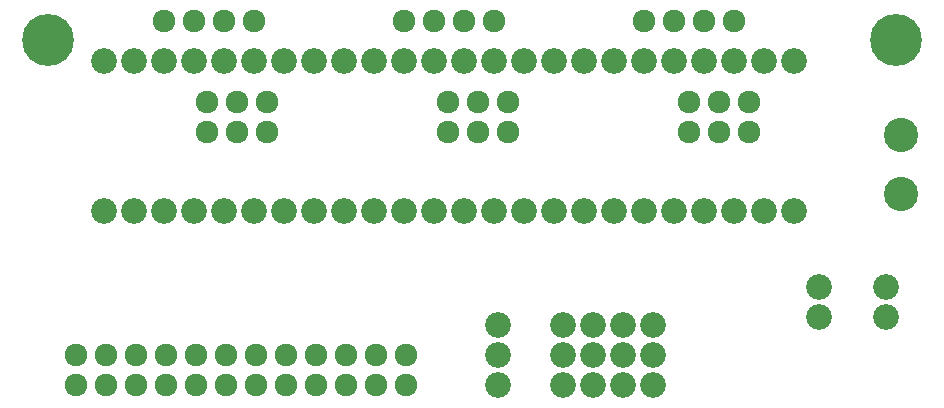
<source format=gbs>
G04 #@! TF.FileFunction,Soldermask,Bot*
%FSLAX46Y46*%
G04 Gerber Fmt 4.6, Leading zero omitted, Abs format (unit mm)*
G04 Created by KiCad (PCBNEW 4.0.2-stable) date 12/31/2017 6:43:37 PM*
%MOMM*%
G01*
G04 APERTURE LIST*
%ADD10C,0.100000*%
%ADD11C,2.178000*%
%ADD12O,1.924000X1.924000*%
%ADD13C,2.900000*%
%ADD14C,1.924000*%
%ADD15C,4.400000*%
G04 APERTURE END LIST*
D10*
D11*
X172684800Y-122606600D03*
X172684800Y-125146600D03*
X172684800Y-127686600D03*
X180000000Y-112980000D03*
X182540000Y-112980000D03*
X185080000Y-112980000D03*
X187620000Y-112980000D03*
X190160000Y-112980000D03*
X192700000Y-112980000D03*
X195240000Y-112980000D03*
X197780000Y-112980000D03*
X197780000Y-100280000D03*
X195240000Y-100280000D03*
X192700000Y-100280000D03*
X190160000Y-100280000D03*
X187620000Y-100280000D03*
X185080000Y-100280000D03*
X182540000Y-100280000D03*
X180000000Y-100280000D03*
X159680000Y-112980000D03*
X162220000Y-112980000D03*
X164760000Y-112980000D03*
X167300000Y-112980000D03*
X169840000Y-112980000D03*
X172380000Y-112980000D03*
X174920000Y-112980000D03*
X177460000Y-112980000D03*
X177460000Y-100280000D03*
X174920000Y-100280000D03*
X172380000Y-100280000D03*
X169840000Y-100280000D03*
X167300000Y-100280000D03*
X164760000Y-100280000D03*
X162220000Y-100280000D03*
X159680000Y-100280000D03*
D12*
X188860000Y-106270000D03*
X188860000Y-103730000D03*
X191400000Y-106270000D03*
X191400000Y-103730000D03*
X193940000Y-106270000D03*
X193940000Y-103730000D03*
X168510000Y-106270000D03*
X168510000Y-103730000D03*
X171050000Y-106270000D03*
X171050000Y-103730000D03*
X173590000Y-106270000D03*
X173590000Y-103730000D03*
X148110000Y-106270000D03*
X148110000Y-103730000D03*
X150650000Y-106270000D03*
X150650000Y-103730000D03*
X153190000Y-106270000D03*
X153190000Y-103730000D03*
X185080000Y-96851000D03*
X187620000Y-96851000D03*
X190160000Y-96851000D03*
X192700000Y-96851000D03*
X164760000Y-96851000D03*
X167300000Y-96851000D03*
X169840000Y-96851000D03*
X172380000Y-96851000D03*
X144440000Y-96851000D03*
X146980000Y-96851000D03*
X149520000Y-96851000D03*
X152060000Y-96851000D03*
D11*
X139360000Y-112980000D03*
X141900000Y-112980000D03*
X144440000Y-112980000D03*
X146980000Y-112980000D03*
X149520000Y-112980000D03*
X152060000Y-112980000D03*
X154600000Y-112980000D03*
X157140000Y-112980000D03*
X157140000Y-100280000D03*
X154600000Y-100280000D03*
X152060000Y-100280000D03*
X149520000Y-100280000D03*
X146980000Y-100280000D03*
X144440000Y-100280000D03*
X141900000Y-100280000D03*
X139360000Y-100280000D03*
D13*
X206800000Y-111500000D03*
X206800000Y-106500000D03*
D14*
X136947000Y-125172000D03*
X136947000Y-127712000D03*
X139487000Y-127712000D03*
X139487000Y-125172000D03*
X142027000Y-127712000D03*
X142027000Y-125172000D03*
X144567000Y-127712000D03*
X144567000Y-125172000D03*
X147107000Y-127712000D03*
X147107000Y-125172000D03*
X149647000Y-127712000D03*
X149647000Y-125172000D03*
X152187000Y-127712000D03*
X152187000Y-125172000D03*
X154727000Y-127712000D03*
X154727000Y-125172000D03*
X157267000Y-127712000D03*
X157267000Y-125172000D03*
X159807000Y-127712000D03*
X159807000Y-125172000D03*
X162347000Y-127712000D03*
X162347000Y-125172000D03*
X164887000Y-127712000D03*
X164887000Y-125172000D03*
D15*
X134650000Y-98450000D03*
X206400000Y-98450000D03*
D11*
X199850000Y-119410000D03*
X199850000Y-121950000D03*
X205550000Y-119410000D03*
X205550000Y-121950000D03*
X178196600Y-122632000D03*
X180736600Y-122632000D03*
X183276600Y-122632000D03*
X185816600Y-122632000D03*
X178196600Y-127720000D03*
X178196600Y-125180000D03*
X180736600Y-127720000D03*
X180736600Y-125180000D03*
X183276600Y-127720000D03*
X183276600Y-125180000D03*
X185816600Y-127720000D03*
X185816600Y-125180000D03*
M02*

</source>
